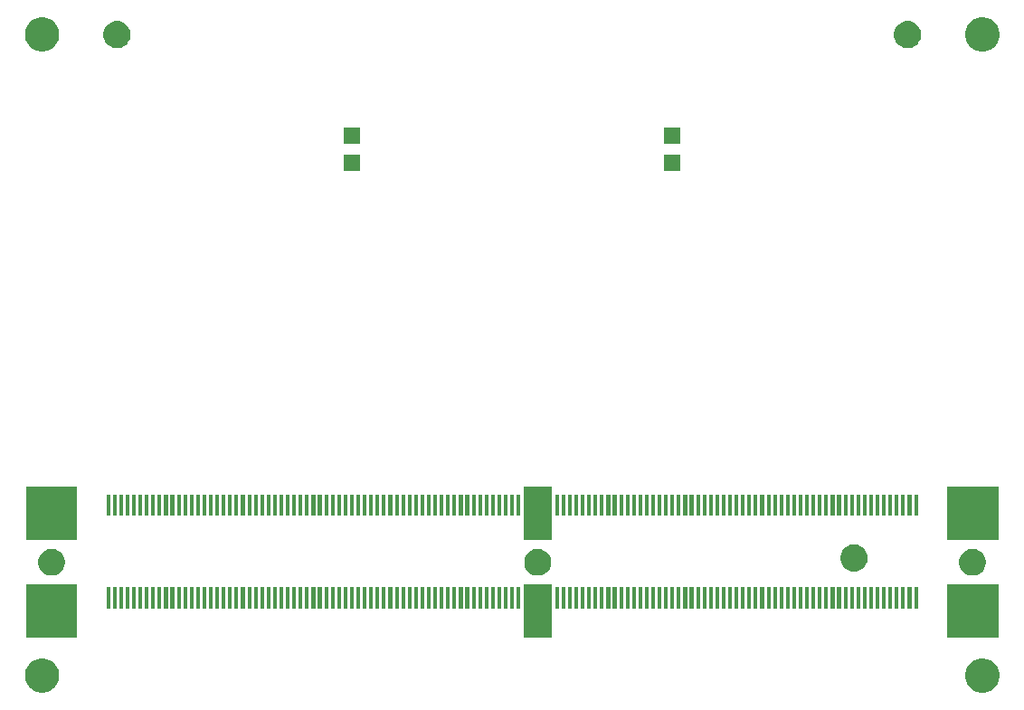
<source format=gbr>
G04 #@! TF.GenerationSoftware,KiCad,Pcbnew,5.1.5+dfsg1-2build2*
G04 #@! TF.CreationDate,2022-05-25T15:14:24+02:00*
G04 #@! TF.ProjectId,ModulAdapter,4d6f6475-6c41-4646-9170-7465722e6b69,rev?*
G04 #@! TF.SameCoordinates,Original*
G04 #@! TF.FileFunction,Soldermask,Top*
G04 #@! TF.FilePolarity,Negative*
%FSLAX46Y46*%
G04 Gerber Fmt 4.6, Leading zero omitted, Abs format (unit mm)*
G04 Created by KiCad (PCBNEW 5.1.5+dfsg1-2build2) date 2022-05-25 15:14:24*
%MOMM*%
%LPD*%
G04 APERTURE LIST*
%ADD10C,0.100000*%
G04 APERTURE END LIST*
D10*
G36*
X144466703Y-132461486D02*
G01*
X144757883Y-132582097D01*
X145019940Y-132757198D01*
X145242802Y-132980060D01*
X145417903Y-133242117D01*
X145538514Y-133533297D01*
X145600000Y-133842412D01*
X145600000Y-134157588D01*
X145538514Y-134466703D01*
X145417903Y-134757883D01*
X145242802Y-135019940D01*
X145019940Y-135242802D01*
X144757883Y-135417903D01*
X144466703Y-135538514D01*
X144157588Y-135600000D01*
X143842412Y-135600000D01*
X143533297Y-135538514D01*
X143242117Y-135417903D01*
X142980060Y-135242802D01*
X142757198Y-135019940D01*
X142582097Y-134757883D01*
X142461486Y-134466703D01*
X142400000Y-134157588D01*
X142400000Y-133842412D01*
X142461486Y-133533297D01*
X142582097Y-133242117D01*
X142757198Y-132980060D01*
X142980060Y-132757198D01*
X143242117Y-132582097D01*
X143533297Y-132461486D01*
X143842412Y-132400000D01*
X144157588Y-132400000D01*
X144466703Y-132461486D01*
G37*
G36*
X56466703Y-132461486D02*
G01*
X56757883Y-132582097D01*
X57019940Y-132757198D01*
X57242802Y-132980060D01*
X57417903Y-133242117D01*
X57538514Y-133533297D01*
X57600000Y-133842412D01*
X57600000Y-134157588D01*
X57538514Y-134466703D01*
X57417903Y-134757883D01*
X57242802Y-135019940D01*
X57019940Y-135242802D01*
X56757883Y-135417903D01*
X56466703Y-135538514D01*
X56157588Y-135600000D01*
X55842412Y-135600000D01*
X55533297Y-135538514D01*
X55242117Y-135417903D01*
X54980060Y-135242802D01*
X54757198Y-135019940D01*
X54582097Y-134757883D01*
X54461486Y-134466703D01*
X54400000Y-134157588D01*
X54400000Y-133842412D01*
X54461486Y-133533297D01*
X54582097Y-133242117D01*
X54757198Y-132980060D01*
X54980060Y-132757198D01*
X55242117Y-132582097D01*
X55533297Y-132461486D01*
X55842412Y-132400000D01*
X56157588Y-132400000D01*
X56466703Y-132461486D01*
G37*
G36*
X103700000Y-130490000D02*
G01*
X101100000Y-130490000D01*
X101100000Y-125490000D01*
X103700000Y-125490000D01*
X103700000Y-130490000D01*
G37*
G36*
X145500000Y-130490000D02*
G01*
X140700000Y-130490000D01*
X140700000Y-125490000D01*
X145500000Y-125490000D01*
X145500000Y-130490000D01*
G37*
G36*
X59300000Y-130490000D02*
G01*
X54500000Y-130490000D01*
X54500000Y-125490000D01*
X59300000Y-125490000D01*
X59300000Y-130490000D01*
G37*
G36*
X69575000Y-127750000D02*
G01*
X69225000Y-127750000D01*
X69225000Y-125750000D01*
X69575000Y-125750000D01*
X69575000Y-127750000D01*
G37*
G36*
X137975000Y-127750000D02*
G01*
X137625000Y-127750000D01*
X137625000Y-125750000D01*
X137975000Y-125750000D01*
X137975000Y-127750000D01*
G37*
G36*
X68975000Y-127750000D02*
G01*
X68625000Y-127750000D01*
X68625000Y-125750000D01*
X68975000Y-125750000D01*
X68975000Y-127750000D01*
G37*
G36*
X68375000Y-127750000D02*
G01*
X68025000Y-127750000D01*
X68025000Y-125750000D01*
X68375000Y-125750000D01*
X68375000Y-127750000D01*
G37*
G36*
X67775000Y-127750000D02*
G01*
X67425000Y-127750000D01*
X67425000Y-125750000D01*
X67775000Y-125750000D01*
X67775000Y-127750000D01*
G37*
G36*
X67175000Y-127750000D02*
G01*
X66825000Y-127750000D01*
X66825000Y-125750000D01*
X67175000Y-125750000D01*
X67175000Y-127750000D01*
G37*
G36*
X66575000Y-127750000D02*
G01*
X66225000Y-127750000D01*
X66225000Y-125750000D01*
X66575000Y-125750000D01*
X66575000Y-127750000D01*
G37*
G36*
X65975000Y-127750000D02*
G01*
X65625000Y-127750000D01*
X65625000Y-125750000D01*
X65975000Y-125750000D01*
X65975000Y-127750000D01*
G37*
G36*
X65375000Y-127750000D02*
G01*
X65025000Y-127750000D01*
X65025000Y-125750000D01*
X65375000Y-125750000D01*
X65375000Y-127750000D01*
G37*
G36*
X64775000Y-127750000D02*
G01*
X64425000Y-127750000D01*
X64425000Y-125750000D01*
X64775000Y-125750000D01*
X64775000Y-127750000D01*
G37*
G36*
X64175000Y-127750000D02*
G01*
X63825000Y-127750000D01*
X63825000Y-125750000D01*
X64175000Y-125750000D01*
X64175000Y-127750000D01*
G37*
G36*
X63575000Y-127750000D02*
G01*
X63225000Y-127750000D01*
X63225000Y-125750000D01*
X63575000Y-125750000D01*
X63575000Y-127750000D01*
G37*
G36*
X62375000Y-127750000D02*
G01*
X62025000Y-127750000D01*
X62025000Y-125750000D01*
X62375000Y-125750000D01*
X62375000Y-127750000D01*
G37*
G36*
X62975000Y-127750000D02*
G01*
X62625000Y-127750000D01*
X62625000Y-125750000D01*
X62975000Y-125750000D01*
X62975000Y-127750000D01*
G37*
G36*
X79175000Y-127750000D02*
G01*
X78825000Y-127750000D01*
X78825000Y-125750000D01*
X79175000Y-125750000D01*
X79175000Y-127750000D01*
G37*
G36*
X79775000Y-127750000D02*
G01*
X79425000Y-127750000D01*
X79425000Y-125750000D01*
X79775000Y-125750000D01*
X79775000Y-127750000D01*
G37*
G36*
X70775000Y-127750000D02*
G01*
X70425000Y-127750000D01*
X70425000Y-125750000D01*
X70775000Y-125750000D01*
X70775000Y-127750000D01*
G37*
G36*
X71375000Y-127750000D02*
G01*
X71025000Y-127750000D01*
X71025000Y-125750000D01*
X71375000Y-125750000D01*
X71375000Y-127750000D01*
G37*
G36*
X71975000Y-127750000D02*
G01*
X71625000Y-127750000D01*
X71625000Y-125750000D01*
X71975000Y-125750000D01*
X71975000Y-127750000D01*
G37*
G36*
X72575000Y-127750000D02*
G01*
X72225000Y-127750000D01*
X72225000Y-125750000D01*
X72575000Y-125750000D01*
X72575000Y-127750000D01*
G37*
G36*
X73175000Y-127750000D02*
G01*
X72825000Y-127750000D01*
X72825000Y-125750000D01*
X73175000Y-125750000D01*
X73175000Y-127750000D01*
G37*
G36*
X73775000Y-127750000D02*
G01*
X73425000Y-127750000D01*
X73425000Y-125750000D01*
X73775000Y-125750000D01*
X73775000Y-127750000D01*
G37*
G36*
X74375000Y-127750000D02*
G01*
X74025000Y-127750000D01*
X74025000Y-125750000D01*
X74375000Y-125750000D01*
X74375000Y-127750000D01*
G37*
G36*
X74975000Y-127750000D02*
G01*
X74625000Y-127750000D01*
X74625000Y-125750000D01*
X74975000Y-125750000D01*
X74975000Y-127750000D01*
G37*
G36*
X75575000Y-127750000D02*
G01*
X75225000Y-127750000D01*
X75225000Y-125750000D01*
X75575000Y-125750000D01*
X75575000Y-127750000D01*
G37*
G36*
X76175000Y-127750000D02*
G01*
X75825000Y-127750000D01*
X75825000Y-125750000D01*
X76175000Y-125750000D01*
X76175000Y-127750000D01*
G37*
G36*
X76775000Y-127750000D02*
G01*
X76425000Y-127750000D01*
X76425000Y-125750000D01*
X76775000Y-125750000D01*
X76775000Y-127750000D01*
G37*
G36*
X77375000Y-127750000D02*
G01*
X77025000Y-127750000D01*
X77025000Y-125750000D01*
X77375000Y-125750000D01*
X77375000Y-127750000D01*
G37*
G36*
X77975000Y-127750000D02*
G01*
X77625000Y-127750000D01*
X77625000Y-125750000D01*
X77975000Y-125750000D01*
X77975000Y-127750000D01*
G37*
G36*
X78575000Y-127750000D02*
G01*
X78225000Y-127750000D01*
X78225000Y-125750000D01*
X78575000Y-125750000D01*
X78575000Y-127750000D01*
G37*
G36*
X97775000Y-127750000D02*
G01*
X97425000Y-127750000D01*
X97425000Y-125750000D01*
X97775000Y-125750000D01*
X97775000Y-127750000D01*
G37*
G36*
X137375000Y-127750000D02*
G01*
X137025000Y-127750000D01*
X137025000Y-125750000D01*
X137375000Y-125750000D01*
X137375000Y-127750000D01*
G37*
G36*
X80375000Y-127750000D02*
G01*
X80025000Y-127750000D01*
X80025000Y-125750000D01*
X80375000Y-125750000D01*
X80375000Y-127750000D01*
G37*
G36*
X80975000Y-127750000D02*
G01*
X80625000Y-127750000D01*
X80625000Y-125750000D01*
X80975000Y-125750000D01*
X80975000Y-127750000D01*
G37*
G36*
X81575000Y-127750000D02*
G01*
X81225000Y-127750000D01*
X81225000Y-125750000D01*
X81575000Y-125750000D01*
X81575000Y-127750000D01*
G37*
G36*
X82175000Y-127750000D02*
G01*
X81825000Y-127750000D01*
X81825000Y-125750000D01*
X82175000Y-125750000D01*
X82175000Y-127750000D01*
G37*
G36*
X82775000Y-127750000D02*
G01*
X82425000Y-127750000D01*
X82425000Y-125750000D01*
X82775000Y-125750000D01*
X82775000Y-127750000D01*
G37*
G36*
X83375000Y-127750000D02*
G01*
X83025000Y-127750000D01*
X83025000Y-125750000D01*
X83375000Y-125750000D01*
X83375000Y-127750000D01*
G37*
G36*
X83975000Y-127750000D02*
G01*
X83625000Y-127750000D01*
X83625000Y-125750000D01*
X83975000Y-125750000D01*
X83975000Y-127750000D01*
G37*
G36*
X84575000Y-127750000D02*
G01*
X84225000Y-127750000D01*
X84225000Y-125750000D01*
X84575000Y-125750000D01*
X84575000Y-127750000D01*
G37*
G36*
X85175000Y-127750000D02*
G01*
X84825000Y-127750000D01*
X84825000Y-125750000D01*
X85175000Y-125750000D01*
X85175000Y-127750000D01*
G37*
G36*
X85775000Y-127750000D02*
G01*
X85425000Y-127750000D01*
X85425000Y-125750000D01*
X85775000Y-125750000D01*
X85775000Y-127750000D01*
G37*
G36*
X86375000Y-127750000D02*
G01*
X86025000Y-127750000D01*
X86025000Y-125750000D01*
X86375000Y-125750000D01*
X86375000Y-127750000D01*
G37*
G36*
X86975000Y-127750000D02*
G01*
X86625000Y-127750000D01*
X86625000Y-125750000D01*
X86975000Y-125750000D01*
X86975000Y-127750000D01*
G37*
G36*
X87575000Y-127750000D02*
G01*
X87225000Y-127750000D01*
X87225000Y-125750000D01*
X87575000Y-125750000D01*
X87575000Y-127750000D01*
G37*
G36*
X88175000Y-127750000D02*
G01*
X87825000Y-127750000D01*
X87825000Y-125750000D01*
X88175000Y-125750000D01*
X88175000Y-127750000D01*
G37*
G36*
X88775000Y-127750000D02*
G01*
X88425000Y-127750000D01*
X88425000Y-125750000D01*
X88775000Y-125750000D01*
X88775000Y-127750000D01*
G37*
G36*
X89375000Y-127750000D02*
G01*
X89025000Y-127750000D01*
X89025000Y-125750000D01*
X89375000Y-125750000D01*
X89375000Y-127750000D01*
G37*
G36*
X90575000Y-127750000D02*
G01*
X90225000Y-127750000D01*
X90225000Y-125750000D01*
X90575000Y-125750000D01*
X90575000Y-127750000D01*
G37*
G36*
X89975000Y-127750000D02*
G01*
X89625000Y-127750000D01*
X89625000Y-125750000D01*
X89975000Y-125750000D01*
X89975000Y-127750000D01*
G37*
G36*
X91175000Y-127750000D02*
G01*
X90825000Y-127750000D01*
X90825000Y-125750000D01*
X91175000Y-125750000D01*
X91175000Y-127750000D01*
G37*
G36*
X91775000Y-127750000D02*
G01*
X91425000Y-127750000D01*
X91425000Y-125750000D01*
X91775000Y-125750000D01*
X91775000Y-127750000D01*
G37*
G36*
X92375000Y-127750000D02*
G01*
X92025000Y-127750000D01*
X92025000Y-125750000D01*
X92375000Y-125750000D01*
X92375000Y-127750000D01*
G37*
G36*
X92975000Y-127750000D02*
G01*
X92625000Y-127750000D01*
X92625000Y-125750000D01*
X92975000Y-125750000D01*
X92975000Y-127750000D01*
G37*
G36*
X93575000Y-127750000D02*
G01*
X93225000Y-127750000D01*
X93225000Y-125750000D01*
X93575000Y-125750000D01*
X93575000Y-127750000D01*
G37*
G36*
X94175000Y-127750000D02*
G01*
X93825000Y-127750000D01*
X93825000Y-125750000D01*
X94175000Y-125750000D01*
X94175000Y-127750000D01*
G37*
G36*
X94775000Y-127750000D02*
G01*
X94425000Y-127750000D01*
X94425000Y-125750000D01*
X94775000Y-125750000D01*
X94775000Y-127750000D01*
G37*
G36*
X95375000Y-127750000D02*
G01*
X95025000Y-127750000D01*
X95025000Y-125750000D01*
X95375000Y-125750000D01*
X95375000Y-127750000D01*
G37*
G36*
X95975000Y-127750000D02*
G01*
X95625000Y-127750000D01*
X95625000Y-125750000D01*
X95975000Y-125750000D01*
X95975000Y-127750000D01*
G37*
G36*
X96575000Y-127750000D02*
G01*
X96225000Y-127750000D01*
X96225000Y-125750000D01*
X96575000Y-125750000D01*
X96575000Y-127750000D01*
G37*
G36*
X97175000Y-127750000D02*
G01*
X96825000Y-127750000D01*
X96825000Y-125750000D01*
X97175000Y-125750000D01*
X97175000Y-127750000D01*
G37*
G36*
X118175000Y-127750000D02*
G01*
X117825000Y-127750000D01*
X117825000Y-125750000D01*
X118175000Y-125750000D01*
X118175000Y-127750000D01*
G37*
G36*
X98975000Y-127750000D02*
G01*
X98625000Y-127750000D01*
X98625000Y-125750000D01*
X98975000Y-125750000D01*
X98975000Y-127750000D01*
G37*
G36*
X99575000Y-127750000D02*
G01*
X99225000Y-127750000D01*
X99225000Y-125750000D01*
X99575000Y-125750000D01*
X99575000Y-127750000D01*
G37*
G36*
X100175000Y-127750000D02*
G01*
X99825000Y-127750000D01*
X99825000Y-125750000D01*
X100175000Y-125750000D01*
X100175000Y-127750000D01*
G37*
G36*
X100775000Y-127750000D02*
G01*
X100425000Y-127750000D01*
X100425000Y-125750000D01*
X100775000Y-125750000D01*
X100775000Y-127750000D01*
G37*
G36*
X104375000Y-127750000D02*
G01*
X104025000Y-127750000D01*
X104025000Y-125750000D01*
X104375000Y-125750000D01*
X104375000Y-127750000D01*
G37*
G36*
X104975000Y-127750000D02*
G01*
X104625000Y-127750000D01*
X104625000Y-125750000D01*
X104975000Y-125750000D01*
X104975000Y-127750000D01*
G37*
G36*
X105575000Y-127750000D02*
G01*
X105225000Y-127750000D01*
X105225000Y-125750000D01*
X105575000Y-125750000D01*
X105575000Y-127750000D01*
G37*
G36*
X106175000Y-127750000D02*
G01*
X105825000Y-127750000D01*
X105825000Y-125750000D01*
X106175000Y-125750000D01*
X106175000Y-127750000D01*
G37*
G36*
X106775000Y-127750000D02*
G01*
X106425000Y-127750000D01*
X106425000Y-125750000D01*
X106775000Y-125750000D01*
X106775000Y-127750000D01*
G37*
G36*
X107375000Y-127750000D02*
G01*
X107025000Y-127750000D01*
X107025000Y-125750000D01*
X107375000Y-125750000D01*
X107375000Y-127750000D01*
G37*
G36*
X107975000Y-127750000D02*
G01*
X107625000Y-127750000D01*
X107625000Y-125750000D01*
X107975000Y-125750000D01*
X107975000Y-127750000D01*
G37*
G36*
X108575000Y-127750000D02*
G01*
X108225000Y-127750000D01*
X108225000Y-125750000D01*
X108575000Y-125750000D01*
X108575000Y-127750000D01*
G37*
G36*
X109175000Y-127750000D02*
G01*
X108825000Y-127750000D01*
X108825000Y-125750000D01*
X109175000Y-125750000D01*
X109175000Y-127750000D01*
G37*
G36*
X109775000Y-127750000D02*
G01*
X109425000Y-127750000D01*
X109425000Y-125750000D01*
X109775000Y-125750000D01*
X109775000Y-127750000D01*
G37*
G36*
X98375000Y-127750000D02*
G01*
X98025000Y-127750000D01*
X98025000Y-125750000D01*
X98375000Y-125750000D01*
X98375000Y-127750000D01*
G37*
G36*
X119975000Y-127750000D02*
G01*
X119625000Y-127750000D01*
X119625000Y-125750000D01*
X119975000Y-125750000D01*
X119975000Y-127750000D01*
G37*
G36*
X117575000Y-127750000D02*
G01*
X117225000Y-127750000D01*
X117225000Y-125750000D01*
X117575000Y-125750000D01*
X117575000Y-127750000D01*
G37*
G36*
X116975000Y-127750000D02*
G01*
X116625000Y-127750000D01*
X116625000Y-125750000D01*
X116975000Y-125750000D01*
X116975000Y-127750000D01*
G37*
G36*
X116375000Y-127750000D02*
G01*
X116025000Y-127750000D01*
X116025000Y-125750000D01*
X116375000Y-125750000D01*
X116375000Y-127750000D01*
G37*
G36*
X115775000Y-127750000D02*
G01*
X115425000Y-127750000D01*
X115425000Y-125750000D01*
X115775000Y-125750000D01*
X115775000Y-127750000D01*
G37*
G36*
X115175000Y-127750000D02*
G01*
X114825000Y-127750000D01*
X114825000Y-125750000D01*
X115175000Y-125750000D01*
X115175000Y-127750000D01*
G37*
G36*
X114575000Y-127750000D02*
G01*
X114225000Y-127750000D01*
X114225000Y-125750000D01*
X114575000Y-125750000D01*
X114575000Y-127750000D01*
G37*
G36*
X113975000Y-127750000D02*
G01*
X113625000Y-127750000D01*
X113625000Y-125750000D01*
X113975000Y-125750000D01*
X113975000Y-127750000D01*
G37*
G36*
X113375000Y-127750000D02*
G01*
X113025000Y-127750000D01*
X113025000Y-125750000D01*
X113375000Y-125750000D01*
X113375000Y-127750000D01*
G37*
G36*
X112775000Y-127750000D02*
G01*
X112425000Y-127750000D01*
X112425000Y-125750000D01*
X112775000Y-125750000D01*
X112775000Y-127750000D01*
G37*
G36*
X112175000Y-127750000D02*
G01*
X111825000Y-127750000D01*
X111825000Y-125750000D01*
X112175000Y-125750000D01*
X112175000Y-127750000D01*
G37*
G36*
X111575000Y-127750000D02*
G01*
X111225000Y-127750000D01*
X111225000Y-125750000D01*
X111575000Y-125750000D01*
X111575000Y-127750000D01*
G37*
G36*
X110975000Y-127750000D02*
G01*
X110625000Y-127750000D01*
X110625000Y-125750000D01*
X110975000Y-125750000D01*
X110975000Y-127750000D01*
G37*
G36*
X118775000Y-127750000D02*
G01*
X118425000Y-127750000D01*
X118425000Y-125750000D01*
X118775000Y-125750000D01*
X118775000Y-127750000D01*
G37*
G36*
X110375000Y-127750000D02*
G01*
X110025000Y-127750000D01*
X110025000Y-125750000D01*
X110375000Y-125750000D01*
X110375000Y-127750000D01*
G37*
G36*
X128375000Y-127750000D02*
G01*
X128025000Y-127750000D01*
X128025000Y-125750000D01*
X128375000Y-125750000D01*
X128375000Y-127750000D01*
G37*
G36*
X70175000Y-127750000D02*
G01*
X69825000Y-127750000D01*
X69825000Y-125750000D01*
X70175000Y-125750000D01*
X70175000Y-127750000D01*
G37*
G36*
X120575000Y-127750000D02*
G01*
X120225000Y-127750000D01*
X120225000Y-125750000D01*
X120575000Y-125750000D01*
X120575000Y-127750000D01*
G37*
G36*
X121175000Y-127750000D02*
G01*
X120825000Y-127750000D01*
X120825000Y-125750000D01*
X121175000Y-125750000D01*
X121175000Y-127750000D01*
G37*
G36*
X121775000Y-127750000D02*
G01*
X121425000Y-127750000D01*
X121425000Y-125750000D01*
X121775000Y-125750000D01*
X121775000Y-127750000D01*
G37*
G36*
X122375000Y-127750000D02*
G01*
X122025000Y-127750000D01*
X122025000Y-125750000D01*
X122375000Y-125750000D01*
X122375000Y-127750000D01*
G37*
G36*
X122975000Y-127750000D02*
G01*
X122625000Y-127750000D01*
X122625000Y-125750000D01*
X122975000Y-125750000D01*
X122975000Y-127750000D01*
G37*
G36*
X123575000Y-127750000D02*
G01*
X123225000Y-127750000D01*
X123225000Y-125750000D01*
X123575000Y-125750000D01*
X123575000Y-127750000D01*
G37*
G36*
X124175000Y-127750000D02*
G01*
X123825000Y-127750000D01*
X123825000Y-125750000D01*
X124175000Y-125750000D01*
X124175000Y-127750000D01*
G37*
G36*
X124775000Y-127750000D02*
G01*
X124425000Y-127750000D01*
X124425000Y-125750000D01*
X124775000Y-125750000D01*
X124775000Y-127750000D01*
G37*
G36*
X125375000Y-127750000D02*
G01*
X125025000Y-127750000D01*
X125025000Y-125750000D01*
X125375000Y-125750000D01*
X125375000Y-127750000D01*
G37*
G36*
X125975000Y-127750000D02*
G01*
X125625000Y-127750000D01*
X125625000Y-125750000D01*
X125975000Y-125750000D01*
X125975000Y-127750000D01*
G37*
G36*
X126575000Y-127750000D02*
G01*
X126225000Y-127750000D01*
X126225000Y-125750000D01*
X126575000Y-125750000D01*
X126575000Y-127750000D01*
G37*
G36*
X127175000Y-127750000D02*
G01*
X126825000Y-127750000D01*
X126825000Y-125750000D01*
X127175000Y-125750000D01*
X127175000Y-127750000D01*
G37*
G36*
X127775000Y-127750000D02*
G01*
X127425000Y-127750000D01*
X127425000Y-125750000D01*
X127775000Y-125750000D01*
X127775000Y-127750000D01*
G37*
G36*
X128975000Y-127750000D02*
G01*
X128625000Y-127750000D01*
X128625000Y-125750000D01*
X128975000Y-125750000D01*
X128975000Y-127750000D01*
G37*
G36*
X135575000Y-127750000D02*
G01*
X135225000Y-127750000D01*
X135225000Y-125750000D01*
X135575000Y-125750000D01*
X135575000Y-127750000D01*
G37*
G36*
X136775000Y-127750000D02*
G01*
X136425000Y-127750000D01*
X136425000Y-125750000D01*
X136775000Y-125750000D01*
X136775000Y-127750000D01*
G37*
G36*
X136175000Y-127750000D02*
G01*
X135825000Y-127750000D01*
X135825000Y-125750000D01*
X136175000Y-125750000D01*
X136175000Y-127750000D01*
G37*
G36*
X134975000Y-127750000D02*
G01*
X134625000Y-127750000D01*
X134625000Y-125750000D01*
X134975000Y-125750000D01*
X134975000Y-127750000D01*
G37*
G36*
X134375000Y-127750000D02*
G01*
X134025000Y-127750000D01*
X134025000Y-125750000D01*
X134375000Y-125750000D01*
X134375000Y-127750000D01*
G37*
G36*
X133775000Y-127750000D02*
G01*
X133425000Y-127750000D01*
X133425000Y-125750000D01*
X133775000Y-125750000D01*
X133775000Y-127750000D01*
G37*
G36*
X133175000Y-127750000D02*
G01*
X132825000Y-127750000D01*
X132825000Y-125750000D01*
X133175000Y-125750000D01*
X133175000Y-127750000D01*
G37*
G36*
X132575000Y-127750000D02*
G01*
X132225000Y-127750000D01*
X132225000Y-125750000D01*
X132575000Y-125750000D01*
X132575000Y-127750000D01*
G37*
G36*
X131975000Y-127750000D02*
G01*
X131625000Y-127750000D01*
X131625000Y-125750000D01*
X131975000Y-125750000D01*
X131975000Y-127750000D01*
G37*
G36*
X131375000Y-127750000D02*
G01*
X131025000Y-127750000D01*
X131025000Y-125750000D01*
X131375000Y-125750000D01*
X131375000Y-127750000D01*
G37*
G36*
X130775000Y-127750000D02*
G01*
X130425000Y-127750000D01*
X130425000Y-125750000D01*
X130775000Y-125750000D01*
X130775000Y-127750000D01*
G37*
G36*
X130175000Y-127750000D02*
G01*
X129825000Y-127750000D01*
X129825000Y-125750000D01*
X130175000Y-125750000D01*
X130175000Y-127750000D01*
G37*
G36*
X129575000Y-127750000D02*
G01*
X129225000Y-127750000D01*
X129225000Y-125750000D01*
X129575000Y-125750000D01*
X129575000Y-127750000D01*
G37*
G36*
X119375000Y-127750000D02*
G01*
X119025000Y-127750000D01*
X119025000Y-125750000D01*
X119375000Y-125750000D01*
X119375000Y-127750000D01*
G37*
G36*
X102764610Y-122198036D02*
G01*
X102992095Y-122292264D01*
X102992097Y-122292265D01*
X103196828Y-122429062D01*
X103370938Y-122603172D01*
X103507736Y-122807905D01*
X103601964Y-123035390D01*
X103650000Y-123276884D01*
X103650000Y-123523116D01*
X103601964Y-123764610D01*
X103510065Y-123986473D01*
X103507735Y-123992097D01*
X103370938Y-124196828D01*
X103196828Y-124370938D01*
X102992097Y-124507735D01*
X102992096Y-124507736D01*
X102992095Y-124507736D01*
X102764610Y-124601964D01*
X102523116Y-124650000D01*
X102276884Y-124650000D01*
X102035390Y-124601964D01*
X101807905Y-124507736D01*
X101807904Y-124507736D01*
X101807903Y-124507735D01*
X101603172Y-124370938D01*
X101429062Y-124196828D01*
X101292265Y-123992097D01*
X101289935Y-123986473D01*
X101198036Y-123764610D01*
X101150000Y-123523116D01*
X101150000Y-123276884D01*
X101198036Y-123035390D01*
X101292264Y-122807905D01*
X101429062Y-122603172D01*
X101603172Y-122429062D01*
X101807903Y-122292265D01*
X101807905Y-122292264D01*
X102035390Y-122198036D01*
X102276884Y-122150000D01*
X102523116Y-122150000D01*
X102764610Y-122198036D01*
G37*
G36*
X143464610Y-122198036D02*
G01*
X143692095Y-122292264D01*
X143692097Y-122292265D01*
X143896828Y-122429062D01*
X144070938Y-122603172D01*
X144207736Y-122807905D01*
X144301964Y-123035390D01*
X144350000Y-123276884D01*
X144350000Y-123523116D01*
X144301964Y-123764610D01*
X144210065Y-123986473D01*
X144207735Y-123992097D01*
X144070938Y-124196828D01*
X143896828Y-124370938D01*
X143692097Y-124507735D01*
X143692096Y-124507736D01*
X143692095Y-124507736D01*
X143464610Y-124601964D01*
X143223116Y-124650000D01*
X142976884Y-124650000D01*
X142735390Y-124601964D01*
X142507905Y-124507736D01*
X142507904Y-124507736D01*
X142507903Y-124507735D01*
X142303172Y-124370938D01*
X142129062Y-124196828D01*
X141992265Y-123992097D01*
X141989935Y-123986473D01*
X141898036Y-123764610D01*
X141850000Y-123523116D01*
X141850000Y-123276884D01*
X141898036Y-123035390D01*
X141992264Y-122807905D01*
X142129062Y-122603172D01*
X142303172Y-122429062D01*
X142507903Y-122292265D01*
X142507905Y-122292264D01*
X142735390Y-122198036D01*
X142976884Y-122150000D01*
X143223116Y-122150000D01*
X143464610Y-122198036D01*
G37*
G36*
X57264610Y-122198036D02*
G01*
X57492095Y-122292264D01*
X57492097Y-122292265D01*
X57696828Y-122429062D01*
X57870938Y-122603172D01*
X58007736Y-122807905D01*
X58101964Y-123035390D01*
X58150000Y-123276884D01*
X58150000Y-123523116D01*
X58101964Y-123764610D01*
X58010065Y-123986473D01*
X58007735Y-123992097D01*
X57870938Y-124196828D01*
X57696828Y-124370938D01*
X57492097Y-124507735D01*
X57492096Y-124507736D01*
X57492095Y-124507736D01*
X57264610Y-124601964D01*
X57023116Y-124650000D01*
X56776884Y-124650000D01*
X56535390Y-124601964D01*
X56307905Y-124507736D01*
X56307904Y-124507736D01*
X56307903Y-124507735D01*
X56103172Y-124370938D01*
X55929062Y-124196828D01*
X55792265Y-123992097D01*
X55789935Y-123986473D01*
X55698036Y-123764610D01*
X55650000Y-123523116D01*
X55650000Y-123276884D01*
X55698036Y-123035390D01*
X55792264Y-122807905D01*
X55929062Y-122603172D01*
X56103172Y-122429062D01*
X56307903Y-122292265D01*
X56307905Y-122292264D01*
X56535390Y-122198036D01*
X56776884Y-122150000D01*
X57023116Y-122150000D01*
X57264610Y-122198036D01*
G37*
G36*
X132247765Y-121754403D02*
G01*
X132370445Y-121778805D01*
X132601571Y-121874541D01*
X132809578Y-122013527D01*
X132986473Y-122190422D01*
X133125459Y-122398429D01*
X133210267Y-122603172D01*
X133221195Y-122629556D01*
X133270000Y-122874915D01*
X133270000Y-123125085D01*
X133221195Y-123370444D01*
X133125460Y-123601569D01*
X132986474Y-123809577D01*
X132809577Y-123986474D01*
X132706279Y-124055495D01*
X132601571Y-124125459D01*
X132370445Y-124221195D01*
X132247764Y-124245598D01*
X132125085Y-124270000D01*
X131874915Y-124270000D01*
X131752236Y-124245598D01*
X131629555Y-124221195D01*
X131398429Y-124125459D01*
X131293721Y-124055495D01*
X131190423Y-123986474D01*
X131013526Y-123809577D01*
X130874540Y-123601569D01*
X130778805Y-123370444D01*
X130730000Y-123125085D01*
X130730000Y-122874915D01*
X130778805Y-122629556D01*
X130789734Y-122603172D01*
X130874541Y-122398429D01*
X131013527Y-122190422D01*
X131190422Y-122013527D01*
X131398429Y-121874541D01*
X131629555Y-121778805D01*
X131752235Y-121754403D01*
X131874915Y-121730000D01*
X132125085Y-121730000D01*
X132247765Y-121754403D01*
G37*
G36*
X103700000Y-121310000D02*
G01*
X101100000Y-121310000D01*
X101100000Y-116310000D01*
X103700000Y-116310000D01*
X103700000Y-121310000D01*
G37*
G36*
X145500000Y-121310000D02*
G01*
X140700000Y-121310000D01*
X140700000Y-116310000D01*
X145500000Y-116310000D01*
X145500000Y-121310000D01*
G37*
G36*
X59300000Y-121310000D02*
G01*
X54500000Y-121310000D01*
X54500000Y-116310000D01*
X59300000Y-116310000D01*
X59300000Y-121310000D01*
G37*
G36*
X128975000Y-119050000D02*
G01*
X128625000Y-119050000D01*
X128625000Y-117050000D01*
X128975000Y-117050000D01*
X128975000Y-119050000D01*
G37*
G36*
X137375000Y-119050000D02*
G01*
X137025000Y-119050000D01*
X137025000Y-117050000D01*
X137375000Y-117050000D01*
X137375000Y-119050000D01*
G37*
G36*
X119975000Y-119050000D02*
G01*
X119625000Y-119050000D01*
X119625000Y-117050000D01*
X119975000Y-117050000D01*
X119975000Y-119050000D01*
G37*
G36*
X130175000Y-119050000D02*
G01*
X129825000Y-119050000D01*
X129825000Y-117050000D01*
X130175000Y-117050000D01*
X130175000Y-119050000D01*
G37*
G36*
X130775000Y-119050000D02*
G01*
X130425000Y-119050000D01*
X130425000Y-117050000D01*
X130775000Y-117050000D01*
X130775000Y-119050000D01*
G37*
G36*
X131375000Y-119050000D02*
G01*
X131025000Y-119050000D01*
X131025000Y-117050000D01*
X131375000Y-117050000D01*
X131375000Y-119050000D01*
G37*
G36*
X131975000Y-119050000D02*
G01*
X131625000Y-119050000D01*
X131625000Y-117050000D01*
X131975000Y-117050000D01*
X131975000Y-119050000D01*
G37*
G36*
X132575000Y-119050000D02*
G01*
X132225000Y-119050000D01*
X132225000Y-117050000D01*
X132575000Y-117050000D01*
X132575000Y-119050000D01*
G37*
G36*
X133175000Y-119050000D02*
G01*
X132825000Y-119050000D01*
X132825000Y-117050000D01*
X133175000Y-117050000D01*
X133175000Y-119050000D01*
G37*
G36*
X133775000Y-119050000D02*
G01*
X133425000Y-119050000D01*
X133425000Y-117050000D01*
X133775000Y-117050000D01*
X133775000Y-119050000D01*
G37*
G36*
X134375000Y-119050000D02*
G01*
X134025000Y-119050000D01*
X134025000Y-117050000D01*
X134375000Y-117050000D01*
X134375000Y-119050000D01*
G37*
G36*
X134975000Y-119050000D02*
G01*
X134625000Y-119050000D01*
X134625000Y-117050000D01*
X134975000Y-117050000D01*
X134975000Y-119050000D01*
G37*
G36*
X135575000Y-119050000D02*
G01*
X135225000Y-119050000D01*
X135225000Y-117050000D01*
X135575000Y-117050000D01*
X135575000Y-119050000D01*
G37*
G36*
X136175000Y-119050000D02*
G01*
X135825000Y-119050000D01*
X135825000Y-117050000D01*
X136175000Y-117050000D01*
X136175000Y-119050000D01*
G37*
G36*
X136775000Y-119050000D02*
G01*
X136425000Y-119050000D01*
X136425000Y-117050000D01*
X136775000Y-117050000D01*
X136775000Y-119050000D01*
G37*
G36*
X129575000Y-119050000D02*
G01*
X129225000Y-119050000D01*
X129225000Y-117050000D01*
X129575000Y-117050000D01*
X129575000Y-119050000D01*
G37*
G36*
X128375000Y-119050000D02*
G01*
X128025000Y-119050000D01*
X128025000Y-117050000D01*
X128375000Y-117050000D01*
X128375000Y-119050000D01*
G37*
G36*
X127775000Y-119050000D02*
G01*
X127425000Y-119050000D01*
X127425000Y-117050000D01*
X127775000Y-117050000D01*
X127775000Y-119050000D01*
G37*
G36*
X127175000Y-119050000D02*
G01*
X126825000Y-119050000D01*
X126825000Y-117050000D01*
X127175000Y-117050000D01*
X127175000Y-119050000D01*
G37*
G36*
X126575000Y-119050000D02*
G01*
X126225000Y-119050000D01*
X126225000Y-117050000D01*
X126575000Y-117050000D01*
X126575000Y-119050000D01*
G37*
G36*
X125975000Y-119050000D02*
G01*
X125625000Y-119050000D01*
X125625000Y-117050000D01*
X125975000Y-117050000D01*
X125975000Y-119050000D01*
G37*
G36*
X125375000Y-119050000D02*
G01*
X125025000Y-119050000D01*
X125025000Y-117050000D01*
X125375000Y-117050000D01*
X125375000Y-119050000D01*
G37*
G36*
X124775000Y-119050000D02*
G01*
X124425000Y-119050000D01*
X124425000Y-117050000D01*
X124775000Y-117050000D01*
X124775000Y-119050000D01*
G37*
G36*
X124175000Y-119050000D02*
G01*
X123825000Y-119050000D01*
X123825000Y-117050000D01*
X124175000Y-117050000D01*
X124175000Y-119050000D01*
G37*
G36*
X123575000Y-119050000D02*
G01*
X123225000Y-119050000D01*
X123225000Y-117050000D01*
X123575000Y-117050000D01*
X123575000Y-119050000D01*
G37*
G36*
X122975000Y-119050000D02*
G01*
X122625000Y-119050000D01*
X122625000Y-117050000D01*
X122975000Y-117050000D01*
X122975000Y-119050000D01*
G37*
G36*
X122375000Y-119050000D02*
G01*
X122025000Y-119050000D01*
X122025000Y-117050000D01*
X122375000Y-117050000D01*
X122375000Y-119050000D01*
G37*
G36*
X121775000Y-119050000D02*
G01*
X121425000Y-119050000D01*
X121425000Y-117050000D01*
X121775000Y-117050000D01*
X121775000Y-119050000D01*
G37*
G36*
X121175000Y-119050000D02*
G01*
X120825000Y-119050000D01*
X120825000Y-117050000D01*
X121175000Y-117050000D01*
X121175000Y-119050000D01*
G37*
G36*
X120575000Y-119050000D02*
G01*
X120225000Y-119050000D01*
X120225000Y-117050000D01*
X120575000Y-117050000D01*
X120575000Y-119050000D01*
G37*
G36*
X89975000Y-119050000D02*
G01*
X89625000Y-119050000D01*
X89625000Y-117050000D01*
X89975000Y-117050000D01*
X89975000Y-119050000D01*
G37*
G36*
X110375000Y-119050000D02*
G01*
X110025000Y-119050000D01*
X110025000Y-117050000D01*
X110375000Y-117050000D01*
X110375000Y-119050000D01*
G37*
G36*
X119375000Y-119050000D02*
G01*
X119025000Y-119050000D01*
X119025000Y-117050000D01*
X119375000Y-117050000D01*
X119375000Y-119050000D01*
G37*
G36*
X118775000Y-119050000D02*
G01*
X118425000Y-119050000D01*
X118425000Y-117050000D01*
X118775000Y-117050000D01*
X118775000Y-119050000D01*
G37*
G36*
X118175000Y-119050000D02*
G01*
X117825000Y-119050000D01*
X117825000Y-117050000D01*
X118175000Y-117050000D01*
X118175000Y-119050000D01*
G37*
G36*
X117575000Y-119050000D02*
G01*
X117225000Y-119050000D01*
X117225000Y-117050000D01*
X117575000Y-117050000D01*
X117575000Y-119050000D01*
G37*
G36*
X116975000Y-119050000D02*
G01*
X116625000Y-119050000D01*
X116625000Y-117050000D01*
X116975000Y-117050000D01*
X116975000Y-119050000D01*
G37*
G36*
X116375000Y-119050000D02*
G01*
X116025000Y-119050000D01*
X116025000Y-117050000D01*
X116375000Y-117050000D01*
X116375000Y-119050000D01*
G37*
G36*
X115775000Y-119050000D02*
G01*
X115425000Y-119050000D01*
X115425000Y-117050000D01*
X115775000Y-117050000D01*
X115775000Y-119050000D01*
G37*
G36*
X115175000Y-119050000D02*
G01*
X114825000Y-119050000D01*
X114825000Y-117050000D01*
X115175000Y-117050000D01*
X115175000Y-119050000D01*
G37*
G36*
X114575000Y-119050000D02*
G01*
X114225000Y-119050000D01*
X114225000Y-117050000D01*
X114575000Y-117050000D01*
X114575000Y-119050000D01*
G37*
G36*
X113975000Y-119050000D02*
G01*
X113625000Y-119050000D01*
X113625000Y-117050000D01*
X113975000Y-117050000D01*
X113975000Y-119050000D01*
G37*
G36*
X113375000Y-119050000D02*
G01*
X113025000Y-119050000D01*
X113025000Y-117050000D01*
X113375000Y-117050000D01*
X113375000Y-119050000D01*
G37*
G36*
X112775000Y-119050000D02*
G01*
X112425000Y-119050000D01*
X112425000Y-117050000D01*
X112775000Y-117050000D01*
X112775000Y-119050000D01*
G37*
G36*
X112175000Y-119050000D02*
G01*
X111825000Y-119050000D01*
X111825000Y-117050000D01*
X112175000Y-117050000D01*
X112175000Y-119050000D01*
G37*
G36*
X111575000Y-119050000D02*
G01*
X111225000Y-119050000D01*
X111225000Y-117050000D01*
X111575000Y-117050000D01*
X111575000Y-119050000D01*
G37*
G36*
X137975000Y-119050000D02*
G01*
X137625000Y-119050000D01*
X137625000Y-117050000D01*
X137975000Y-117050000D01*
X137975000Y-119050000D01*
G37*
G36*
X109775000Y-119050000D02*
G01*
X109425000Y-119050000D01*
X109425000Y-117050000D01*
X109775000Y-117050000D01*
X109775000Y-119050000D01*
G37*
G36*
X109175000Y-119050000D02*
G01*
X108825000Y-119050000D01*
X108825000Y-117050000D01*
X109175000Y-117050000D01*
X109175000Y-119050000D01*
G37*
G36*
X108575000Y-119050000D02*
G01*
X108225000Y-119050000D01*
X108225000Y-117050000D01*
X108575000Y-117050000D01*
X108575000Y-119050000D01*
G37*
G36*
X107975000Y-119050000D02*
G01*
X107625000Y-119050000D01*
X107625000Y-117050000D01*
X107975000Y-117050000D01*
X107975000Y-119050000D01*
G37*
G36*
X107375000Y-119050000D02*
G01*
X107025000Y-119050000D01*
X107025000Y-117050000D01*
X107375000Y-117050000D01*
X107375000Y-119050000D01*
G37*
G36*
X106775000Y-119050000D02*
G01*
X106425000Y-119050000D01*
X106425000Y-117050000D01*
X106775000Y-117050000D01*
X106775000Y-119050000D01*
G37*
G36*
X106175000Y-119050000D02*
G01*
X105825000Y-119050000D01*
X105825000Y-117050000D01*
X106175000Y-117050000D01*
X106175000Y-119050000D01*
G37*
G36*
X105575000Y-119050000D02*
G01*
X105225000Y-119050000D01*
X105225000Y-117050000D01*
X105575000Y-117050000D01*
X105575000Y-119050000D01*
G37*
G36*
X104975000Y-119050000D02*
G01*
X104625000Y-119050000D01*
X104625000Y-117050000D01*
X104975000Y-117050000D01*
X104975000Y-119050000D01*
G37*
G36*
X104375000Y-119050000D02*
G01*
X104025000Y-119050000D01*
X104025000Y-117050000D01*
X104375000Y-117050000D01*
X104375000Y-119050000D01*
G37*
G36*
X100775000Y-119050000D02*
G01*
X100425000Y-119050000D01*
X100425000Y-117050000D01*
X100775000Y-117050000D01*
X100775000Y-119050000D01*
G37*
G36*
X100175000Y-119050000D02*
G01*
X99825000Y-119050000D01*
X99825000Y-117050000D01*
X100175000Y-117050000D01*
X100175000Y-119050000D01*
G37*
G36*
X99575000Y-119050000D02*
G01*
X99225000Y-119050000D01*
X99225000Y-117050000D01*
X99575000Y-117050000D01*
X99575000Y-119050000D01*
G37*
G36*
X110975000Y-119050000D02*
G01*
X110625000Y-119050000D01*
X110625000Y-117050000D01*
X110975000Y-117050000D01*
X110975000Y-119050000D01*
G37*
G36*
X89375000Y-119050000D02*
G01*
X89025000Y-119050000D01*
X89025000Y-117050000D01*
X89375000Y-117050000D01*
X89375000Y-119050000D01*
G37*
G36*
X98375000Y-119050000D02*
G01*
X98025000Y-119050000D01*
X98025000Y-117050000D01*
X98375000Y-117050000D01*
X98375000Y-119050000D01*
G37*
G36*
X97775000Y-119050000D02*
G01*
X97425000Y-119050000D01*
X97425000Y-117050000D01*
X97775000Y-117050000D01*
X97775000Y-119050000D01*
G37*
G36*
X97175000Y-119050000D02*
G01*
X96825000Y-119050000D01*
X96825000Y-117050000D01*
X97175000Y-117050000D01*
X97175000Y-119050000D01*
G37*
G36*
X96575000Y-119050000D02*
G01*
X96225000Y-119050000D01*
X96225000Y-117050000D01*
X96575000Y-117050000D01*
X96575000Y-119050000D01*
G37*
G36*
X95975000Y-119050000D02*
G01*
X95625000Y-119050000D01*
X95625000Y-117050000D01*
X95975000Y-117050000D01*
X95975000Y-119050000D01*
G37*
G36*
X95375000Y-119050000D02*
G01*
X95025000Y-119050000D01*
X95025000Y-117050000D01*
X95375000Y-117050000D01*
X95375000Y-119050000D01*
G37*
G36*
X94775000Y-119050000D02*
G01*
X94425000Y-119050000D01*
X94425000Y-117050000D01*
X94775000Y-117050000D01*
X94775000Y-119050000D01*
G37*
G36*
X94175000Y-119050000D02*
G01*
X93825000Y-119050000D01*
X93825000Y-117050000D01*
X94175000Y-117050000D01*
X94175000Y-119050000D01*
G37*
G36*
X93575000Y-119050000D02*
G01*
X93225000Y-119050000D01*
X93225000Y-117050000D01*
X93575000Y-117050000D01*
X93575000Y-119050000D01*
G37*
G36*
X92975000Y-119050000D02*
G01*
X92625000Y-119050000D01*
X92625000Y-117050000D01*
X92975000Y-117050000D01*
X92975000Y-119050000D01*
G37*
G36*
X92375000Y-119050000D02*
G01*
X92025000Y-119050000D01*
X92025000Y-117050000D01*
X92375000Y-117050000D01*
X92375000Y-119050000D01*
G37*
G36*
X91775000Y-119050000D02*
G01*
X91425000Y-119050000D01*
X91425000Y-117050000D01*
X91775000Y-117050000D01*
X91775000Y-119050000D01*
G37*
G36*
X91175000Y-119050000D02*
G01*
X90825000Y-119050000D01*
X90825000Y-117050000D01*
X91175000Y-117050000D01*
X91175000Y-119050000D01*
G37*
G36*
X90575000Y-119050000D02*
G01*
X90225000Y-119050000D01*
X90225000Y-117050000D01*
X90575000Y-117050000D01*
X90575000Y-119050000D01*
G37*
G36*
X80375000Y-119050000D02*
G01*
X80025000Y-119050000D01*
X80025000Y-117050000D01*
X80375000Y-117050000D01*
X80375000Y-119050000D01*
G37*
G36*
X79175000Y-119050000D02*
G01*
X78825000Y-119050000D01*
X78825000Y-117050000D01*
X79175000Y-117050000D01*
X79175000Y-119050000D01*
G37*
G36*
X88775000Y-119050000D02*
G01*
X88425000Y-119050000D01*
X88425000Y-117050000D01*
X88775000Y-117050000D01*
X88775000Y-119050000D01*
G37*
G36*
X88175000Y-119050000D02*
G01*
X87825000Y-119050000D01*
X87825000Y-117050000D01*
X88175000Y-117050000D01*
X88175000Y-119050000D01*
G37*
G36*
X87575000Y-119050000D02*
G01*
X87225000Y-119050000D01*
X87225000Y-117050000D01*
X87575000Y-117050000D01*
X87575000Y-119050000D01*
G37*
G36*
X86975000Y-119050000D02*
G01*
X86625000Y-119050000D01*
X86625000Y-117050000D01*
X86975000Y-117050000D01*
X86975000Y-119050000D01*
G37*
G36*
X86375000Y-119050000D02*
G01*
X86025000Y-119050000D01*
X86025000Y-117050000D01*
X86375000Y-117050000D01*
X86375000Y-119050000D01*
G37*
G36*
X85775000Y-119050000D02*
G01*
X85425000Y-119050000D01*
X85425000Y-117050000D01*
X85775000Y-117050000D01*
X85775000Y-119050000D01*
G37*
G36*
X85175000Y-119050000D02*
G01*
X84825000Y-119050000D01*
X84825000Y-117050000D01*
X85175000Y-117050000D01*
X85175000Y-119050000D01*
G37*
G36*
X84575000Y-119050000D02*
G01*
X84225000Y-119050000D01*
X84225000Y-117050000D01*
X84575000Y-117050000D01*
X84575000Y-119050000D01*
G37*
G36*
X83975000Y-119050000D02*
G01*
X83625000Y-119050000D01*
X83625000Y-117050000D01*
X83975000Y-117050000D01*
X83975000Y-119050000D01*
G37*
G36*
X83375000Y-119050000D02*
G01*
X83025000Y-119050000D01*
X83025000Y-117050000D01*
X83375000Y-117050000D01*
X83375000Y-119050000D01*
G37*
G36*
X82775000Y-119050000D02*
G01*
X82425000Y-119050000D01*
X82425000Y-117050000D01*
X82775000Y-117050000D01*
X82775000Y-119050000D01*
G37*
G36*
X82175000Y-119050000D02*
G01*
X81825000Y-119050000D01*
X81825000Y-117050000D01*
X82175000Y-117050000D01*
X82175000Y-119050000D01*
G37*
G36*
X81575000Y-119050000D02*
G01*
X81225000Y-119050000D01*
X81225000Y-117050000D01*
X81575000Y-117050000D01*
X81575000Y-119050000D01*
G37*
G36*
X80975000Y-119050000D02*
G01*
X80625000Y-119050000D01*
X80625000Y-117050000D01*
X80975000Y-117050000D01*
X80975000Y-119050000D01*
G37*
G36*
X62375000Y-119050000D02*
G01*
X62025000Y-119050000D01*
X62025000Y-117050000D01*
X62375000Y-117050000D01*
X62375000Y-119050000D01*
G37*
G36*
X79775000Y-119050000D02*
G01*
X79425000Y-119050000D01*
X79425000Y-117050000D01*
X79775000Y-117050000D01*
X79775000Y-119050000D01*
G37*
G36*
X78575000Y-119050000D02*
G01*
X78225000Y-119050000D01*
X78225000Y-117050000D01*
X78575000Y-117050000D01*
X78575000Y-119050000D01*
G37*
G36*
X77975000Y-119050000D02*
G01*
X77625000Y-119050000D01*
X77625000Y-117050000D01*
X77975000Y-117050000D01*
X77975000Y-119050000D01*
G37*
G36*
X77375000Y-119050000D02*
G01*
X77025000Y-119050000D01*
X77025000Y-117050000D01*
X77375000Y-117050000D01*
X77375000Y-119050000D01*
G37*
G36*
X76775000Y-119050000D02*
G01*
X76425000Y-119050000D01*
X76425000Y-117050000D01*
X76775000Y-117050000D01*
X76775000Y-119050000D01*
G37*
G36*
X76175000Y-119050000D02*
G01*
X75825000Y-119050000D01*
X75825000Y-117050000D01*
X76175000Y-117050000D01*
X76175000Y-119050000D01*
G37*
G36*
X75575000Y-119050000D02*
G01*
X75225000Y-119050000D01*
X75225000Y-117050000D01*
X75575000Y-117050000D01*
X75575000Y-119050000D01*
G37*
G36*
X74975000Y-119050000D02*
G01*
X74625000Y-119050000D01*
X74625000Y-117050000D01*
X74975000Y-117050000D01*
X74975000Y-119050000D01*
G37*
G36*
X74375000Y-119050000D02*
G01*
X74025000Y-119050000D01*
X74025000Y-117050000D01*
X74375000Y-117050000D01*
X74375000Y-119050000D01*
G37*
G36*
X73775000Y-119050000D02*
G01*
X73425000Y-119050000D01*
X73425000Y-117050000D01*
X73775000Y-117050000D01*
X73775000Y-119050000D01*
G37*
G36*
X73175000Y-119050000D02*
G01*
X72825000Y-119050000D01*
X72825000Y-117050000D01*
X73175000Y-117050000D01*
X73175000Y-119050000D01*
G37*
G36*
X72575000Y-119050000D02*
G01*
X72225000Y-119050000D01*
X72225000Y-117050000D01*
X72575000Y-117050000D01*
X72575000Y-119050000D01*
G37*
G36*
X71975000Y-119050000D02*
G01*
X71625000Y-119050000D01*
X71625000Y-117050000D01*
X71975000Y-117050000D01*
X71975000Y-119050000D01*
G37*
G36*
X98975000Y-119050000D02*
G01*
X98625000Y-119050000D01*
X98625000Y-117050000D01*
X98975000Y-117050000D01*
X98975000Y-119050000D01*
G37*
G36*
X70175000Y-119050000D02*
G01*
X69825000Y-119050000D01*
X69825000Y-117050000D01*
X70175000Y-117050000D01*
X70175000Y-119050000D01*
G37*
G36*
X71375000Y-119050000D02*
G01*
X71025000Y-119050000D01*
X71025000Y-117050000D01*
X71375000Y-117050000D01*
X71375000Y-119050000D01*
G37*
G36*
X62975000Y-119050000D02*
G01*
X62625000Y-119050000D01*
X62625000Y-117050000D01*
X62975000Y-117050000D01*
X62975000Y-119050000D01*
G37*
G36*
X63575000Y-119050000D02*
G01*
X63225000Y-119050000D01*
X63225000Y-117050000D01*
X63575000Y-117050000D01*
X63575000Y-119050000D01*
G37*
G36*
X64175000Y-119050000D02*
G01*
X63825000Y-119050000D01*
X63825000Y-117050000D01*
X64175000Y-117050000D01*
X64175000Y-119050000D01*
G37*
G36*
X64775000Y-119050000D02*
G01*
X64425000Y-119050000D01*
X64425000Y-117050000D01*
X64775000Y-117050000D01*
X64775000Y-119050000D01*
G37*
G36*
X65375000Y-119050000D02*
G01*
X65025000Y-119050000D01*
X65025000Y-117050000D01*
X65375000Y-117050000D01*
X65375000Y-119050000D01*
G37*
G36*
X65975000Y-119050000D02*
G01*
X65625000Y-119050000D01*
X65625000Y-117050000D01*
X65975000Y-117050000D01*
X65975000Y-119050000D01*
G37*
G36*
X66575000Y-119050000D02*
G01*
X66225000Y-119050000D01*
X66225000Y-117050000D01*
X66575000Y-117050000D01*
X66575000Y-119050000D01*
G37*
G36*
X67175000Y-119050000D02*
G01*
X66825000Y-119050000D01*
X66825000Y-117050000D01*
X67175000Y-117050000D01*
X67175000Y-119050000D01*
G37*
G36*
X67775000Y-119050000D02*
G01*
X67425000Y-119050000D01*
X67425000Y-117050000D01*
X67775000Y-117050000D01*
X67775000Y-119050000D01*
G37*
G36*
X68375000Y-119050000D02*
G01*
X68025000Y-119050000D01*
X68025000Y-117050000D01*
X68375000Y-117050000D01*
X68375000Y-119050000D01*
G37*
G36*
X68975000Y-119050000D02*
G01*
X68625000Y-119050000D01*
X68625000Y-117050000D01*
X68975000Y-117050000D01*
X68975000Y-119050000D01*
G37*
G36*
X69575000Y-119050000D02*
G01*
X69225000Y-119050000D01*
X69225000Y-117050000D01*
X69575000Y-117050000D01*
X69575000Y-119050000D01*
G37*
G36*
X70775000Y-119050000D02*
G01*
X70425000Y-119050000D01*
X70425000Y-117050000D01*
X70775000Y-117050000D01*
X70775000Y-119050000D01*
G37*
G36*
X115736570Y-86780570D02*
G01*
X114235430Y-86780570D01*
X114235430Y-85279430D01*
X115736570Y-85279430D01*
X115736570Y-86780570D01*
G37*
G36*
X85764570Y-86780570D02*
G01*
X84263430Y-86780570D01*
X84263430Y-85279430D01*
X85764570Y-85279430D01*
X85764570Y-86780570D01*
G37*
G36*
X115736570Y-84240570D02*
G01*
X114235430Y-84240570D01*
X114235430Y-82739430D01*
X115736570Y-82739430D01*
X115736570Y-84240570D01*
G37*
G36*
X85764570Y-84240570D02*
G01*
X84263430Y-84240570D01*
X84263430Y-82739430D01*
X85764570Y-82739430D01*
X85764570Y-84240570D01*
G37*
G36*
X144466703Y-72461486D02*
G01*
X144757883Y-72582097D01*
X145019940Y-72757198D01*
X145242802Y-72980060D01*
X145417903Y-73242117D01*
X145538514Y-73533297D01*
X145600000Y-73842412D01*
X145600000Y-74157588D01*
X145538514Y-74466703D01*
X145417903Y-74757883D01*
X145242802Y-75019940D01*
X145019940Y-75242802D01*
X144757883Y-75417903D01*
X144466703Y-75538514D01*
X144157588Y-75600000D01*
X143842412Y-75600000D01*
X143533297Y-75538514D01*
X143242117Y-75417903D01*
X142980060Y-75242802D01*
X142757198Y-75019940D01*
X142582097Y-74757883D01*
X142461486Y-74466703D01*
X142400000Y-74157588D01*
X142400000Y-73842412D01*
X142461486Y-73533297D01*
X142582097Y-73242117D01*
X142757198Y-72980060D01*
X142980060Y-72757198D01*
X143242117Y-72582097D01*
X143533297Y-72461486D01*
X143842412Y-72400000D01*
X144157588Y-72400000D01*
X144466703Y-72461486D01*
G37*
G36*
X56466703Y-72461486D02*
G01*
X56757883Y-72582097D01*
X57019940Y-72757198D01*
X57242802Y-72980060D01*
X57417903Y-73242117D01*
X57538514Y-73533297D01*
X57600000Y-73842412D01*
X57600000Y-74157588D01*
X57538514Y-74466703D01*
X57417903Y-74757883D01*
X57242802Y-75019940D01*
X57019940Y-75242802D01*
X56757883Y-75417903D01*
X56466703Y-75538514D01*
X56157588Y-75600000D01*
X55842412Y-75600000D01*
X55533297Y-75538514D01*
X55242117Y-75417903D01*
X54980060Y-75242802D01*
X54757198Y-75019940D01*
X54582097Y-74757883D01*
X54461486Y-74466703D01*
X54400000Y-74157588D01*
X54400000Y-73842412D01*
X54461486Y-73533297D01*
X54582097Y-73242117D01*
X54757198Y-72980060D01*
X54980060Y-72757198D01*
X55242117Y-72582097D01*
X55533297Y-72461486D01*
X55842412Y-72400000D01*
X56157588Y-72400000D01*
X56466703Y-72461486D01*
G37*
G36*
X63247765Y-72754403D02*
G01*
X63370445Y-72778805D01*
X63601571Y-72874541D01*
X63809578Y-73013527D01*
X63986473Y-73190422D01*
X64125459Y-73398429D01*
X64221195Y-73629555D01*
X64270000Y-73874916D01*
X64270000Y-74125084D01*
X64221195Y-74370445D01*
X64125459Y-74601571D01*
X63986473Y-74809578D01*
X63809578Y-74986473D01*
X63601571Y-75125459D01*
X63370445Y-75221195D01*
X63247765Y-75245597D01*
X63125085Y-75270000D01*
X62874915Y-75270000D01*
X62752235Y-75245597D01*
X62629555Y-75221195D01*
X62398429Y-75125459D01*
X62190422Y-74986473D01*
X62013527Y-74809578D01*
X61874541Y-74601571D01*
X61778805Y-74370445D01*
X61730000Y-74125084D01*
X61730000Y-73874916D01*
X61778805Y-73629555D01*
X61874541Y-73398429D01*
X62013527Y-73190422D01*
X62190422Y-73013527D01*
X62398429Y-72874541D01*
X62629555Y-72778805D01*
X62752235Y-72754403D01*
X62874915Y-72730000D01*
X63125085Y-72730000D01*
X63247765Y-72754403D01*
G37*
G36*
X137247765Y-72754403D02*
G01*
X137370445Y-72778805D01*
X137601571Y-72874541D01*
X137809578Y-73013527D01*
X137986473Y-73190422D01*
X138125459Y-73398429D01*
X138221195Y-73629555D01*
X138270000Y-73874916D01*
X138270000Y-74125084D01*
X138221195Y-74370445D01*
X138125459Y-74601571D01*
X137986473Y-74809578D01*
X137809578Y-74986473D01*
X137601571Y-75125459D01*
X137370445Y-75221195D01*
X137247765Y-75245597D01*
X137125085Y-75270000D01*
X136874915Y-75270000D01*
X136752235Y-75245597D01*
X136629555Y-75221195D01*
X136398429Y-75125459D01*
X136190422Y-74986473D01*
X136013527Y-74809578D01*
X135874541Y-74601571D01*
X135778805Y-74370445D01*
X135730000Y-74125084D01*
X135730000Y-73874916D01*
X135778805Y-73629555D01*
X135874541Y-73398429D01*
X136013527Y-73190422D01*
X136190422Y-73013527D01*
X136398429Y-72874541D01*
X136629555Y-72778805D01*
X136752235Y-72754403D01*
X136874915Y-72730000D01*
X137125085Y-72730000D01*
X137247765Y-72754403D01*
G37*
M02*

</source>
